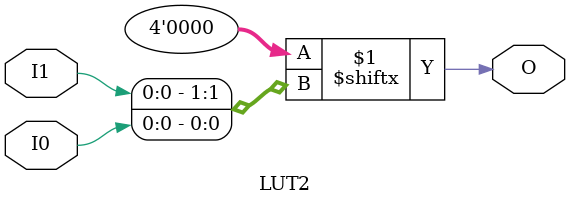
<source format=v>
/*

FUNCTION	: 2-inputs LUT

*/

`celldefine
`timescale  100 ps / 10 ps

module LUT2 (O, I0, I1);

    parameter INIT = 4'h0;

    input I0, I1;

    output O;

    wire out;

	assign O = INIT[{I1,I0}];

endmodule

</source>
